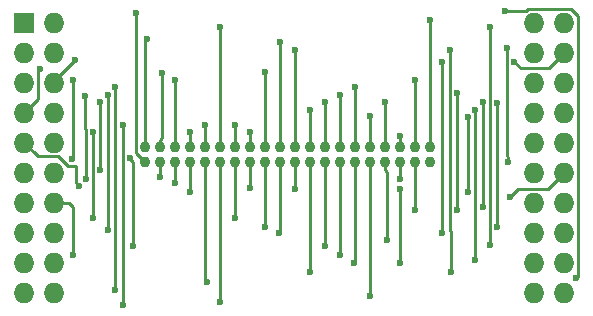
<source format=gtl>
G04 #@! TF.FileFunction,Copper,L1,Top,Signal*
%FSLAX46Y46*%
G04 Gerber Fmt 4.6, Leading zero omitted, Abs format (unit mm)*
G04 Created by KiCad (PCBNEW 4.0.2-stable) date Thu May 19 22:00:52 2016*
%MOMM*%
G01*
G04 APERTURE LIST*
%ADD10C,0.100000*%
%ADD11C,0.925000*%
%ADD12R,1.727200X1.727200*%
%ADD13O,1.727200X1.727200*%
%ADD14C,0.600000*%
%ADD15C,0.250000*%
G04 APERTURE END LIST*
D10*
D11*
X135890000Y-105410000D03*
X135890000Y-104140000D03*
X137160000Y-105410000D03*
X137160000Y-104140000D03*
X138430000Y-105410000D03*
X138430000Y-104140000D03*
X139700000Y-105410000D03*
X139700000Y-104140000D03*
X140970000Y-105410000D03*
X140970000Y-104140000D03*
X142240000Y-105410000D03*
X142240000Y-104140000D03*
X143510000Y-105410000D03*
X143510000Y-104140000D03*
X144780000Y-105410000D03*
X144780000Y-104140000D03*
X146050000Y-105410000D03*
X146050000Y-104140000D03*
X147320000Y-105410000D03*
X147320000Y-104140000D03*
X148590000Y-105410000D03*
X148590000Y-104140000D03*
X149860000Y-105410000D03*
X149860000Y-104140000D03*
X151130000Y-105410000D03*
X151130000Y-104140000D03*
X152400000Y-105410000D03*
X152400000Y-104140000D03*
X153670000Y-105410000D03*
X153670000Y-104140000D03*
X154940000Y-105410000D03*
X154940000Y-104140000D03*
X156210000Y-105410000D03*
X156210000Y-104140000D03*
X157480000Y-105410000D03*
X157480000Y-104140000D03*
X158750000Y-105410000D03*
X158750000Y-104140000D03*
X160020000Y-105410000D03*
X160020000Y-104140000D03*
D12*
X125641100Y-93573600D03*
D13*
X128181100Y-93573600D03*
X125641100Y-96113600D03*
X128181100Y-96113600D03*
X125641100Y-98653600D03*
X128181100Y-98653600D03*
X125641100Y-101193600D03*
X128181100Y-101193600D03*
X125641100Y-103733600D03*
X128181100Y-103733600D03*
X125641100Y-106273600D03*
X128181100Y-106273600D03*
X125641100Y-108813600D03*
X128181100Y-108813600D03*
X125641100Y-111353600D03*
X128181100Y-111353600D03*
X125641100Y-113893600D03*
X128181100Y-113893600D03*
X125641100Y-116433600D03*
X128181100Y-116433600D03*
X168821100Y-93573600D03*
X171361100Y-93573600D03*
X168821100Y-96113600D03*
X171361100Y-96113600D03*
X168821100Y-98653600D03*
X171361100Y-98653600D03*
X168821100Y-101193600D03*
X171361100Y-101193600D03*
X168821100Y-103733600D03*
X171361100Y-103733600D03*
X168821100Y-106273600D03*
X171361100Y-106273600D03*
X168821100Y-108813600D03*
X171361100Y-108813600D03*
X168821100Y-111353600D03*
X171361100Y-111353600D03*
X168821100Y-113893600D03*
X171361100Y-113893600D03*
X168821100Y-116433600D03*
X171361100Y-116433600D03*
D14*
X135102499Y-92735501D03*
X136017000Y-94996000D03*
X130810000Y-99822000D03*
X130819990Y-106807000D03*
X137160000Y-106680000D03*
X126944001Y-97464999D03*
X137287000Y-97799990D03*
X130302000Y-107442000D03*
X138430000Y-107188000D03*
X129667000Y-105156000D03*
X129794000Y-98425000D03*
X138430000Y-98434990D03*
X139700000Y-107950000D03*
X131445000Y-110109000D03*
X131454990Y-102870000D03*
X139700000Y-102860010D03*
X141097000Y-115570000D03*
X133985000Y-117475000D03*
X133985000Y-102235000D03*
X140970000Y-102235000D03*
X142240000Y-117221000D03*
X165100000Y-112395000D03*
X165100000Y-93980000D03*
X142240000Y-93980000D03*
X143510000Y-110109000D03*
X163195000Y-107950000D03*
X163195000Y-101600000D03*
X143510000Y-102235000D03*
X166751000Y-108331000D03*
X144780000Y-107569000D03*
X144780000Y-102870000D03*
X165695010Y-100417010D03*
X165695010Y-110871000D03*
X146050000Y-110871000D03*
X146050000Y-110871000D03*
X146050000Y-97790000D03*
X167132000Y-96869989D03*
X161036000Y-96869989D03*
X161036000Y-111379000D03*
X147193000Y-111379000D03*
X147320000Y-95250000D03*
X148590000Y-107696000D03*
X157480000Y-107696000D03*
X157480000Y-113919000D03*
X172339000Y-115189000D03*
X166370000Y-92583000D03*
X148590000Y-95885000D03*
X129921000Y-96774000D03*
X161671000Y-95885000D03*
X161798000Y-114681000D03*
X149860000Y-114681000D03*
X149860000Y-100965000D03*
X134580010Y-105029000D03*
X134874000Y-112522000D03*
X151130000Y-112522000D03*
X132080000Y-106045000D03*
X132080000Y-100330000D03*
X151130000Y-100330000D03*
X129794000Y-113284000D03*
X152400000Y-113284000D03*
X132715000Y-111125000D03*
X132715000Y-99695000D03*
X152400000Y-99695000D03*
X153568400Y-113893600D03*
X133350000Y-116205000D03*
X133350000Y-99060000D03*
X153670000Y-99060000D03*
X154940000Y-116713000D03*
X163830000Y-113665000D03*
X163830000Y-100965000D03*
X154940000Y-101469979D03*
X156337000Y-112014000D03*
X164465000Y-109220000D03*
X164465000Y-100330000D03*
X156210000Y-100330000D03*
X157480000Y-106807000D03*
X157480000Y-103170009D03*
X162306000Y-99568000D03*
X162306000Y-109474000D03*
X158750000Y-109474000D03*
X158750000Y-98425000D03*
X166497000Y-95758000D03*
X166624000Y-105410000D03*
X160020000Y-93345000D03*
D15*
X135890000Y-105410000D02*
X135102499Y-104622499D01*
X135102499Y-104622499D02*
X135102499Y-92735501D01*
X135890000Y-95123000D02*
X136017000Y-94996000D01*
X135890000Y-104140000D02*
X135890000Y-95123000D01*
X130810000Y-102570008D02*
X130810000Y-99822000D01*
X130819990Y-106807000D02*
X130819990Y-102579998D01*
X130819990Y-102579998D02*
X130810000Y-102570008D01*
X137160000Y-106426000D02*
X137160000Y-106680000D01*
X137160000Y-105410000D02*
X137160000Y-106426000D01*
X126944001Y-97464999D02*
X126829701Y-97579299D01*
X126829701Y-97579299D02*
X126829701Y-100004999D01*
X126829701Y-100004999D02*
X126504699Y-100330001D01*
X126504699Y-100330001D02*
X125641100Y-101193600D01*
X137287000Y-103358927D02*
X137287000Y-97799990D01*
X137160000Y-104140000D02*
X137160000Y-103485927D01*
X137160000Y-103485927D02*
X137287000Y-103358927D01*
X130002001Y-105746001D02*
X129957601Y-105746001D01*
X129373231Y-105751001D02*
X128514431Y-104892201D01*
X128514431Y-104892201D02*
X126799701Y-104892201D01*
X129957601Y-105746001D02*
X129952601Y-105751001D01*
X129952601Y-105751001D02*
X129373231Y-105751001D01*
X126799701Y-104892201D02*
X126504699Y-104597199D01*
X126504699Y-104597199D02*
X125641100Y-103733600D01*
X130302000Y-107442000D02*
X130002001Y-107142001D01*
X130002001Y-107142001D02*
X130002001Y-105746001D01*
X138430000Y-105410000D02*
X138430000Y-107188000D01*
X129794000Y-105029000D02*
X129667000Y-105156000D01*
X129794000Y-98849264D02*
X129794000Y-105029000D01*
X129794000Y-98425000D02*
X129794000Y-98849264D01*
X138430000Y-103485927D02*
X138430000Y-98434990D01*
X138430000Y-104140000D02*
X138430000Y-103485927D01*
X139700000Y-105410000D02*
X139700000Y-107950000D01*
X131445000Y-106354982D02*
X131445000Y-110109000D01*
X131454990Y-102870000D02*
X131454990Y-106344992D01*
X131454990Y-106344992D02*
X131445000Y-106354982D01*
X139700000Y-104140000D02*
X139700000Y-102860010D01*
X140970000Y-115443000D02*
X141097000Y-115570000D01*
X140970000Y-105410000D02*
X140970000Y-115443000D01*
X133985000Y-102235000D02*
X133985000Y-117475000D01*
X140970000Y-104140000D02*
X140970000Y-102235000D01*
X142240000Y-115307602D02*
X142240000Y-117221000D01*
X142240000Y-105410000D02*
X142240000Y-115307602D01*
X165100000Y-93980000D02*
X165100000Y-112395000D01*
X142240000Y-102235000D02*
X142240000Y-93980000D01*
X142240000Y-104140000D02*
X142240000Y-102235000D01*
X143510000Y-109601000D02*
X143510000Y-110109000D01*
X143510000Y-109093000D02*
X143510000Y-109601000D01*
X143510000Y-105410000D02*
X143510000Y-109093000D01*
X163195000Y-107315000D02*
X163195000Y-107950000D01*
X163195000Y-101600000D02*
X163195000Y-107315000D01*
X143510000Y-104140000D02*
X143510000Y-102235000D01*
X166751000Y-108331000D02*
X167427001Y-107654999D01*
X167427001Y-107654999D02*
X169979701Y-107654999D01*
X169979701Y-107654999D02*
X170497501Y-107137199D01*
X170497501Y-107137199D02*
X171361100Y-106273600D01*
X144780000Y-106064073D02*
X144780000Y-107569000D01*
X144780000Y-105410000D02*
X144780000Y-106064073D01*
X144780000Y-104140000D02*
X144780000Y-102870000D01*
X165695010Y-101949989D02*
X165695010Y-100417010D01*
X165695010Y-102830010D02*
X165695010Y-101949989D01*
X165695010Y-102020990D02*
X165695010Y-101949989D01*
X165695010Y-102830010D02*
X165695010Y-110871000D01*
X146050000Y-110617000D02*
X146050000Y-110871000D01*
X146050000Y-109347000D02*
X146050000Y-110617000D01*
X146050000Y-105410000D02*
X146050000Y-109347000D01*
X146050000Y-104140000D02*
X146050000Y-97790000D01*
X167132000Y-96869989D02*
X167671011Y-97409000D01*
X167671011Y-97409000D02*
X170065700Y-97409000D01*
X170497501Y-96977199D02*
X171361100Y-96113600D01*
X170065700Y-97409000D02*
X170497501Y-96977199D01*
X161036000Y-102878398D02*
X161036000Y-96869989D01*
X161036000Y-111379000D02*
X161036000Y-102878398D01*
X147320000Y-106064073D02*
X147320000Y-111252000D01*
X147320000Y-111252000D02*
X147193000Y-111379000D01*
X147320000Y-105410000D02*
X147320000Y-106064073D01*
X147320000Y-104140000D02*
X147320000Y-95250000D01*
X148590000Y-107696000D02*
X148590000Y-105410000D01*
X157480000Y-113919000D02*
X157480000Y-107696000D01*
X172519701Y-115135299D02*
X172466000Y-115189000D01*
X172466000Y-115189000D02*
X172339000Y-115189000D01*
X166370000Y-92583000D02*
X168096970Y-92583000D01*
X168096970Y-92583000D02*
X168264971Y-92414999D01*
X168264971Y-92414999D02*
X171917229Y-92414999D01*
X171917229Y-92414999D02*
X172519701Y-93017471D01*
X172519701Y-93017471D02*
X172519701Y-115135299D01*
X148590000Y-104140000D02*
X148590000Y-95885000D01*
X129921000Y-96774000D02*
X128181100Y-98513900D01*
X128181100Y-98513900D02*
X128181100Y-98653600D01*
X161671000Y-111133398D02*
X161671000Y-95885000D01*
X161798000Y-114681000D02*
X161798000Y-111260398D01*
X161798000Y-111260398D02*
X161671000Y-111133398D01*
X149860000Y-106064073D02*
X149860000Y-114681000D01*
X149860000Y-105410000D02*
X149860000Y-106064073D01*
X149860000Y-104140000D02*
X149860000Y-100965000D01*
X134874000Y-105410000D02*
X134580010Y-105116010D01*
X134580010Y-105116010D02*
X134580010Y-105029000D01*
X134874000Y-112522000D02*
X134874000Y-105410000D01*
X151130000Y-106064073D02*
X151130000Y-112522000D01*
X151130000Y-105410000D02*
X151130000Y-106064073D01*
X132080000Y-100330000D02*
X132080000Y-106045000D01*
X151130000Y-104140000D02*
X151130000Y-100330000D01*
X129413000Y-108839000D02*
X129413000Y-108824186D01*
X129413000Y-108824186D02*
X129402414Y-108813600D01*
X129402414Y-108813600D02*
X128181100Y-108813600D01*
X129794000Y-109220000D02*
X129413000Y-108839000D01*
X129794000Y-113284000D02*
X129794000Y-109220000D01*
X152400000Y-105410000D02*
X152400000Y-113284000D01*
X132715000Y-99695000D02*
X132715000Y-111125000D01*
X152400000Y-100674998D02*
X152400000Y-99695000D01*
X152400000Y-104140000D02*
X152400000Y-100674998D01*
X153670000Y-105410000D02*
X153670000Y-113792000D01*
X153670000Y-113792000D02*
X153568400Y-113893600D01*
X133350000Y-99060000D02*
X133350000Y-116205000D01*
X153670000Y-104140000D02*
X153670000Y-99060000D01*
X154940000Y-105410000D02*
X154940000Y-116713000D01*
X163830000Y-100965000D02*
X163830000Y-113665000D01*
X154940000Y-104140000D02*
X154940000Y-101469979D01*
X154940000Y-101600000D02*
X154940000Y-101469979D01*
X156337000Y-106191073D02*
X156337000Y-112014000D01*
X156210000Y-105410000D02*
X156210000Y-106064073D01*
X156210000Y-106064073D02*
X156337000Y-106191073D01*
X164465000Y-100330000D02*
X164465000Y-109220000D01*
X156210000Y-104140000D02*
X156210000Y-100330000D01*
X157480000Y-106064073D02*
X157480000Y-106807000D01*
X157480000Y-105410000D02*
X157480000Y-106064073D01*
X157480000Y-103485927D02*
X157480000Y-103170009D01*
X157480000Y-104140000D02*
X157480000Y-103485927D01*
X162306000Y-101608398D02*
X162306000Y-99568000D01*
X162306000Y-109474000D02*
X162306000Y-101608398D01*
X158750000Y-106064073D02*
X158750000Y-109474000D01*
X158750000Y-105410000D02*
X158750000Y-106064073D01*
X158750000Y-104140000D02*
X158750000Y-98425000D01*
X166497000Y-104858736D02*
X166497000Y-95758000D01*
X166624000Y-105410000D02*
X166624000Y-104985736D01*
X166624000Y-104985736D02*
X166497000Y-104858736D01*
X160020000Y-104140000D02*
X160020000Y-93345000D01*
M02*

</source>
